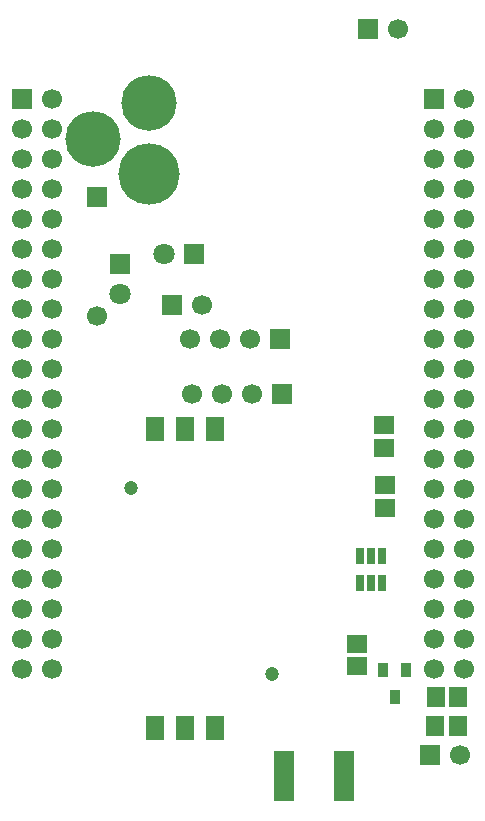
<source format=gbr>
G04 DipTrace 3.0.0.1*
G04 BottomMask.gbr*
%MOIN*%
G04 #@! TF.FileFunction,Soldermask,Bot*
G04 #@! TF.Part,Single*
%ADD57C,0.047244*%
%ADD70R,0.031496X0.055118*%
%ADD72R,0.062992X0.07874*%
%ADD78R,0.033465X0.049213*%
%ADD80C,0.204724*%
%ADD82C,0.185039*%
%ADD86C,0.066929*%
%ADD88R,0.066929X0.066929*%
%ADD92R,0.066929X0.059055*%
%ADD94R,0.059055X0.066929*%
%ADD96C,0.070866*%
%ADD98R,0.070866X0.070866*%
%ADD106R,0.067717X0.167717*%
%FSLAX26Y26*%
G04*
G70*
G90*
G75*
G01*
G04 BotMask*
%LPD*%
D106*
X1533071Y491339D3*
X1332677Y489370D3*
D98*
X786614Y2197244D3*
D96*
Y2097244D3*
D98*
X1032677Y2230709D3*
D96*
X932677D3*
D92*
X1666142Y1585039D3*
Y1659843D3*
X1576378Y930709D3*
Y855906D3*
D88*
X709055Y2419685D3*
D86*
Y2022047D3*
D88*
X1317323Y1947638D3*
D86*
X1217323D3*
X1117323D3*
X1017323D3*
D88*
X1326378Y1762992D3*
D86*
X1226378D3*
X1126378D3*
X1026378D3*
D82*
X881890Y2732283D3*
D80*
Y2496063D3*
D82*
X696850Y2614173D3*
D88*
X1613701Y2978701D3*
D86*
X1713701D3*
D88*
X958701Y2058701D3*
D86*
X1058701D3*
D88*
X1818701Y558701D3*
D86*
X1918701D3*
D78*
X1663701Y843701D3*
X1738504D3*
X1701102Y753150D3*
D92*
X1668701Y1383898D3*
Y1458701D3*
D94*
X1913701Y753701D3*
X1838898D3*
X1911299Y656299D3*
X1836496D3*
D72*
X903150Y1646850D3*
X1003150D3*
X1103150D3*
Y650787D3*
X1003150D3*
X903150D3*
D57*
X1292913Y828740D3*
X820472Y1450787D3*
D70*
X1583858Y1222835D3*
X1621260D3*
X1658661D3*
Y1132283D3*
X1621260D3*
X1583858D3*
D88*
X1832283Y2745669D3*
D86*
X1932283D3*
X1832283Y2645669D3*
X1932283D3*
X1832283Y2545669D3*
X1932283D3*
X1832283Y2445669D3*
X1932283D3*
X1832283Y2345669D3*
X1932283D3*
X1832283Y2245669D3*
X1932283D3*
X1832283Y2145669D3*
X1932283D3*
X1832283Y2045669D3*
X1932283D3*
X1832283Y1945669D3*
X1932283D3*
X1832283Y1845669D3*
X1932283D3*
X1832283Y1745669D3*
X1932283D3*
X1832283Y1645669D3*
X1932283D3*
X1832283Y1545669D3*
X1932283D3*
X1832283Y1445669D3*
X1932283D3*
X1832283Y1345669D3*
X1932283D3*
X1832283Y1245669D3*
X1932283D3*
X1832283Y1145669D3*
X1932283D3*
X1832283Y1045669D3*
X1932283D3*
X1832283Y945669D3*
X1932283D3*
X1832283Y845669D3*
X1932283D3*
D88*
X457480Y2745669D3*
D86*
X557480D3*
X457480Y2645669D3*
X557480D3*
X457480Y2545669D3*
X557480D3*
X457480Y2445669D3*
X557480D3*
X457480Y2345669D3*
X557480D3*
X457480Y2245669D3*
X557480D3*
X457480Y2145669D3*
X557480D3*
X457480Y2045669D3*
X557480D3*
X457480Y1945669D3*
X557480D3*
X457480Y1845669D3*
X557480D3*
X457480Y1745669D3*
X557480D3*
X457480Y1645669D3*
X557480D3*
X457480Y1545669D3*
X557480D3*
X457480Y1445669D3*
X557480D3*
X457480Y1345669D3*
X557480D3*
X457480Y1245669D3*
X557480D3*
X457480Y1145669D3*
X557480D3*
X457480Y1045669D3*
X557480D3*
X457480Y945669D3*
X557480D3*
X457480Y845669D3*
X557480D3*
M02*

</source>
